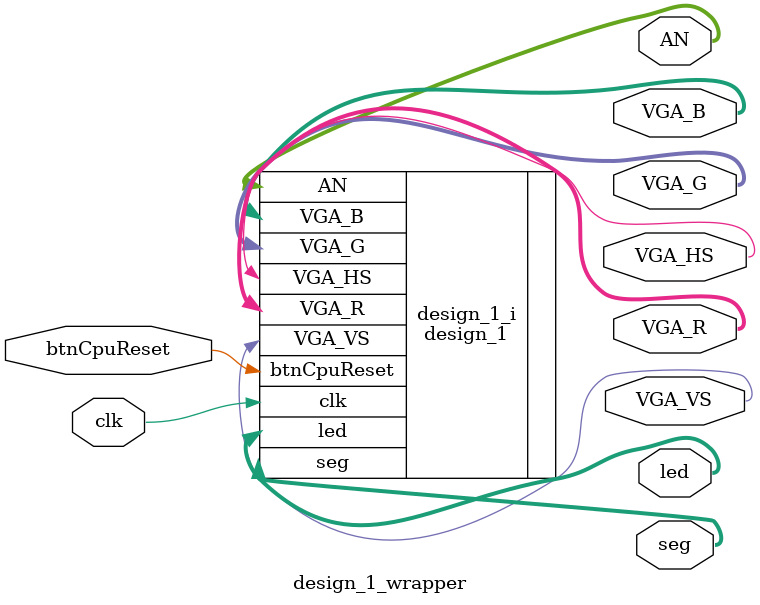
<source format=v>
`timescale 1 ps / 1 ps

module design_1_wrapper
   (AN,
    VGA_B,
    VGA_G,
    VGA_HS,
    VGA_R,
    VGA_VS,
    btnCpuReset,
    clk,
    led,
    seg);
  output [7:0]AN;
  output [3:0]VGA_B;
  output [3:0]VGA_G;
  output VGA_HS;
  output [3:0]VGA_R;
  output VGA_VS;
  input btnCpuReset;
  input clk;
  output [8:0]led;
  output [6:0]seg;

  wire [7:0]AN;
  wire [3:0]VGA_B;
  wire [3:0]VGA_G;
  wire VGA_HS;
  wire [3:0]VGA_R;
  wire VGA_VS;
  wire btnCpuReset;
  wire clk;
  wire [8:0]led;
  wire [6:0]seg;

  design_1 design_1_i
       (.AN(AN),
        .VGA_B(VGA_B),
        .VGA_G(VGA_G),
        .VGA_HS(VGA_HS),
        .VGA_R(VGA_R),
        .VGA_VS(VGA_VS),
        .btnCpuReset(btnCpuReset),
        .clk(clk),
        .led(led),
        .seg(seg));
endmodule

</source>
